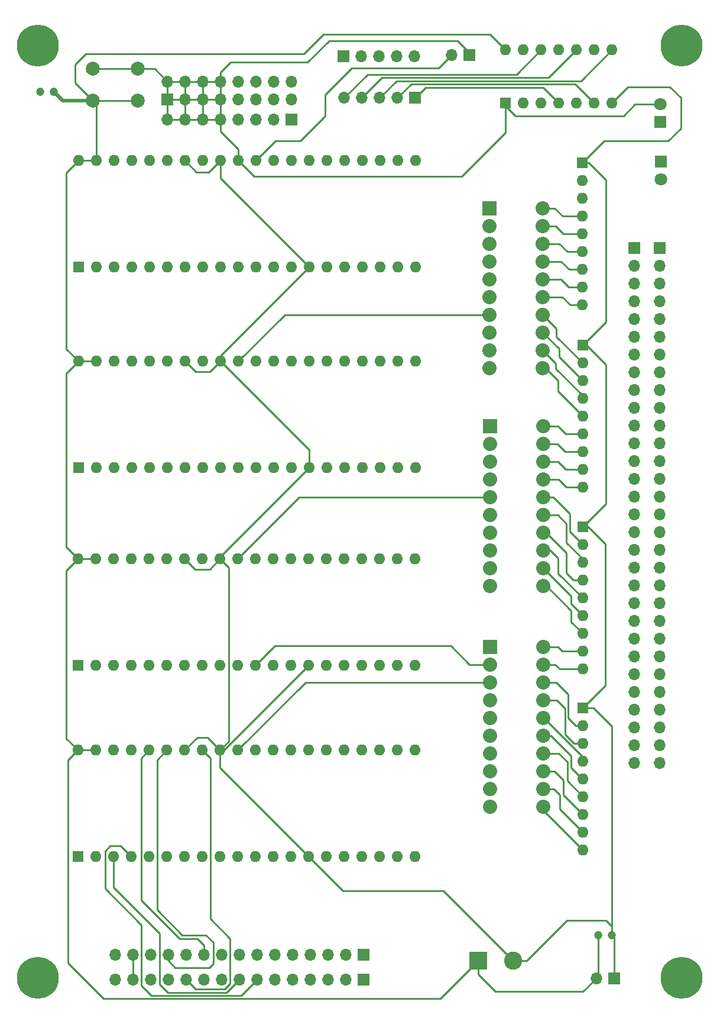
<source format=gbr>
%TF.GenerationSoftware,KiCad,Pcbnew,(5.1.9-0-10_14)*%
%TF.CreationDate,2021-06-04T12:06:49-04:00*%
%TF.ProjectId,CONTROL_LOGIC,434f4e54-524f-44c5-9f4c-4f4749432e6b,rev?*%
%TF.SameCoordinates,Original*%
%TF.FileFunction,Copper,L2,Bot*%
%TF.FilePolarity,Positive*%
%FSLAX46Y46*%
G04 Gerber Fmt 4.6, Leading zero omitted, Abs format (unit mm)*
G04 Created by KiCad (PCBNEW (5.1.9-0-10_14)) date 2021-06-04 12:06:49*
%MOMM*%
%LPD*%
G01*
G04 APERTURE LIST*
%TA.AperFunction,ComponentPad*%
%ADD10O,1.700000X1.700000*%
%TD*%
%TA.AperFunction,ComponentPad*%
%ADD11R,1.700000X1.700000*%
%TD*%
%TA.AperFunction,ComponentPad*%
%ADD12O,1.600000X1.600000*%
%TD*%
%TA.AperFunction,ComponentPad*%
%ADD13R,1.600000X1.600000*%
%TD*%
%TA.AperFunction,ComponentPad*%
%ADD14C,1.200000*%
%TD*%
%TA.AperFunction,ComponentPad*%
%ADD15C,2.600000*%
%TD*%
%TA.AperFunction,ComponentPad*%
%ADD16R,2.600000X2.600000*%
%TD*%
%TA.AperFunction,ComponentPad*%
%ADD17C,0.800000*%
%TD*%
%TA.AperFunction,ComponentPad*%
%ADD18C,6.000000*%
%TD*%
%TA.AperFunction,ComponentPad*%
%ADD19R,1.800000X1.800000*%
%TD*%
%TA.AperFunction,ComponentPad*%
%ADD20C,1.800000*%
%TD*%
%TA.AperFunction,ComponentPad*%
%ADD21C,2.032000*%
%TD*%
%TA.AperFunction,ComponentPad*%
%ADD22R,2.032000X2.032000*%
%TD*%
%TA.AperFunction,ComponentPad*%
%ADD23C,2.000000*%
%TD*%
%TA.AperFunction,Conductor*%
%ADD24C,0.250000*%
%TD*%
%TA.AperFunction,Conductor*%
%ADD25C,0.500000*%
%TD*%
G04 APERTURE END LIST*
D10*
%TO.P,J8,30*%
%TO.N,/D1*%
X245556400Y-124914600D03*
%TO.P,J8,29*%
%TO.N,/D2*%
X245556400Y-122374600D03*
%TO.P,J8,28*%
%TO.N,/D3*%
X245556400Y-119834600D03*
%TO.P,J8,27*%
%TO.N,/D4*%
X245556400Y-117294600D03*
%TO.P,J8,26*%
%TO.N,/D5*%
X245556400Y-114754600D03*
%TO.P,J8,25*%
%TO.N,/D6*%
X245556400Y-112214600D03*
%TO.P,J8,24*%
%TO.N,/D7*%
X245556400Y-109674600D03*
%TO.P,J8,23*%
%TO.N,/D8*%
X245556400Y-107134600D03*
%TO.P,J8,22*%
%TO.N,/D9*%
X245556400Y-104594600D03*
%TO.P,J8,21*%
%TO.N,/D10*%
X245556400Y-102054600D03*
%TO.P,J8,20*%
%TO.N,/D11*%
X245556400Y-99514600D03*
%TO.P,J8,19*%
%TO.N,/D12*%
X245556400Y-96974600D03*
%TO.P,J8,18*%
%TO.N,/D13*%
X245556400Y-94434600D03*
%TO.P,J8,17*%
%TO.N,/D14*%
X245556400Y-91894600D03*
%TO.P,J8,16*%
%TO.N,/D15*%
X245556400Y-89354600D03*
%TO.P,J8,15*%
%TO.N,/D16*%
X245556400Y-86814600D03*
%TO.P,J8,14*%
%TO.N,/D17*%
X245556400Y-84274600D03*
%TO.P,J8,13*%
%TO.N,/D18*%
X245556400Y-81734600D03*
%TO.P,J8,12*%
%TO.N,/D19*%
X245556400Y-79194600D03*
%TO.P,J8,11*%
%TO.N,/D20*%
X245556400Y-76654600D03*
%TO.P,J8,10*%
%TO.N,/D21*%
X245556400Y-74114600D03*
%TO.P,J8,9*%
%TO.N,/D22*%
X245556400Y-71574600D03*
%TO.P,J8,8*%
%TO.N,/D23*%
X245556400Y-69034600D03*
%TO.P,J8,7*%
%TO.N,/D24*%
X245556400Y-66494600D03*
%TO.P,J8,6*%
%TO.N,/D25*%
X245556400Y-63954600D03*
%TO.P,J8,5*%
%TO.N,/D26*%
X245556400Y-61414600D03*
%TO.P,J8,4*%
%TO.N,/D27*%
X245556400Y-58874600D03*
%TO.P,J8,3*%
%TO.N,/D28*%
X245556400Y-56334600D03*
%TO.P,J8,2*%
%TO.N,/D29*%
X245556400Y-53794600D03*
D11*
%TO.P,J8,1*%
%TO.N,/D30*%
X245556400Y-51254600D03*
%TD*%
D10*
%TO.P,J7,8*%
%TO.N,/D32*%
X178726400Y-32904600D03*
%TO.P,J7,7*%
X181266400Y-32904600D03*
%TO.P,J7,6*%
X183806400Y-32904600D03*
%TO.P,J7,5*%
X186346400Y-32904600D03*
%TO.P,J7,4*%
%TO.N,Net-(J4-Pad10)*%
X188886400Y-32904600D03*
%TO.P,J7,3*%
X191426400Y-32904600D03*
%TO.P,J7,2*%
X193966400Y-32904600D03*
D11*
%TO.P,J7,1*%
X196506400Y-32904600D03*
%TD*%
D12*
%TO.P,EEPROM4,23*%
%TO.N,/INST5*%
X178702800Y-38750400D03*
%TO.P,EEPROM4,*%
%TO.N,*%
X204102800Y-53990400D03*
%TO.P,EEPROM4,15*%
%TO.N,/D28*%
X199022800Y-38750400D03*
%TO.P,EEPROM4,9*%
%TO.N,/STEP2*%
X186322800Y-53990400D03*
%TO.P,EEPROM4,4*%
%TO.N,/FLAG4*%
X173622800Y-53990400D03*
%TO.P,EEPROM4,7*%
%TO.N,/FLAG1*%
X181242800Y-53990400D03*
%TO.P,EEPROM4,11*%
%TO.N,/D25*%
X191402800Y-53990400D03*
%TO.P,EEPROM4,*%
%TO.N,*%
X206642800Y-38750400D03*
%TO.P,EEPROM4,5*%
%TO.N,/FLAG3*%
X176162800Y-53990400D03*
%TO.P,EEPROM4,17*%
%TO.N,/D30*%
X193942800Y-38750400D03*
%TO.P,EEPROM4,*%
%TO.N,*%
X201562800Y-53990400D03*
%TO.P,EEPROM4,22*%
%TO.N,GND*%
X181242800Y-38750400D03*
%TO.P,EEPROM4,16*%
%TO.N,/D29*%
X196482800Y-38750400D03*
%TO.P,EEPROM4,8*%
%TO.N,/STEP3*%
X183782800Y-53990400D03*
%TO.P,EEPROM4,*%
%TO.N,*%
X204102800Y-38750400D03*
%TO.P,EEPROM4,21*%
%TO.N,/INST4*%
X183782800Y-38750400D03*
%TO.P,EEPROM4,2*%
%TO.N,/INST6*%
X168542800Y-53990400D03*
%TO.P,EEPROM4,12*%
%TO.N,/D26*%
X193942800Y-53990400D03*
%TO.P,EEPROM4,13*%
%TO.N,/D27*%
X196482800Y-53990400D03*
%TO.P,EEPROM4,*%
%TO.N,*%
X201562800Y-38750400D03*
%TO.P,EEPROM4,24*%
%TO.N,/INST3*%
X176162800Y-38750400D03*
%TO.P,EEPROM4,*%
%TO.N,*%
X206642800Y-53990400D03*
%TO.P,EEPROM4,28*%
%TO.N,VCC*%
X166002800Y-38750400D03*
%TO.P,EEPROM4,25*%
%TO.N,/INST2*%
X173622800Y-38750400D03*
%TO.P,EEPROM4,*%
%TO.N,*%
X209182800Y-53990400D03*
%TO.P,EEPROM4,26*%
%TO.N,/INST7*%
X171082800Y-38750400D03*
%TO.P,EEPROM4,*%
%TO.N,*%
X211722800Y-53990400D03*
%TO.P,EEPROM4,27*%
%TO.N,VCC*%
X168542800Y-38750400D03*
%TO.P,EEPROM4,*%
%TO.N,*%
X214262800Y-53990400D03*
X214262800Y-38750400D03*
%TO.P,EEPROM4,10*%
%TO.N,/STEP1*%
X188862800Y-53990400D03*
%TO.P,EEPROM4,3*%
%TO.N,/INST1*%
X171082800Y-53990400D03*
%TO.P,EEPROM4,18*%
%TO.N,/D31*%
X191402800Y-38750400D03*
%TO.P,EEPROM4,*%
%TO.N,*%
X211722800Y-38750400D03*
%TO.P,EEPROM4,19*%
%TO.N,/D32*%
X188862800Y-38750400D03*
%TO.P,EEPROM4,6*%
%TO.N,/FLAG2*%
X178702800Y-53990400D03*
D13*
%TO.P,EEPROM4,1*%
%TO.N,/INST8*%
X166002800Y-53990400D03*
D12*
%TO.P,EEPROM4,14*%
%TO.N,GND*%
X199022800Y-53990400D03*
%TO.P,EEPROM4,20*%
X186322800Y-38750400D03*
%TO.P,EEPROM4,*%
%TO.N,*%
X209182800Y-38750400D03*
%TD*%
%TO.P,EEPROM3,23*%
%TO.N,/INST5*%
X178702800Y-67450400D03*
%TO.P,EEPROM3,*%
%TO.N,*%
X204102800Y-82690400D03*
%TO.P,EEPROM3,15*%
%TO.N,/D20*%
X199022800Y-67450400D03*
%TO.P,EEPROM3,9*%
%TO.N,/STEP2*%
X186322800Y-82690400D03*
%TO.P,EEPROM3,4*%
%TO.N,/FLAG4*%
X173622800Y-82690400D03*
%TO.P,EEPROM3,7*%
%TO.N,/FLAG1*%
X181242800Y-82690400D03*
%TO.P,EEPROM3,11*%
%TO.N,/D17*%
X191402800Y-82690400D03*
%TO.P,EEPROM3,*%
%TO.N,*%
X206642800Y-67450400D03*
%TO.P,EEPROM3,5*%
%TO.N,/FLAG3*%
X176162800Y-82690400D03*
%TO.P,EEPROM3,17*%
%TO.N,/D22*%
X193942800Y-67450400D03*
%TO.P,EEPROM3,*%
%TO.N,*%
X201562800Y-82690400D03*
%TO.P,EEPROM3,22*%
%TO.N,GND*%
X181242800Y-67450400D03*
%TO.P,EEPROM3,16*%
%TO.N,/D21*%
X196482800Y-67450400D03*
%TO.P,EEPROM3,8*%
%TO.N,/STEP3*%
X183782800Y-82690400D03*
%TO.P,EEPROM3,*%
%TO.N,*%
X204102800Y-67450400D03*
%TO.P,EEPROM3,21*%
%TO.N,/INST4*%
X183782800Y-67450400D03*
%TO.P,EEPROM3,2*%
%TO.N,/INST6*%
X168542800Y-82690400D03*
%TO.P,EEPROM3,12*%
%TO.N,/D18*%
X193942800Y-82690400D03*
%TO.P,EEPROM3,13*%
%TO.N,/D19*%
X196482800Y-82690400D03*
%TO.P,EEPROM3,*%
%TO.N,*%
X201562800Y-67450400D03*
%TO.P,EEPROM3,24*%
%TO.N,/INST3*%
X176162800Y-67450400D03*
%TO.P,EEPROM3,*%
%TO.N,*%
X206642800Y-82690400D03*
%TO.P,EEPROM3,28*%
%TO.N,VCC*%
X166002800Y-67450400D03*
%TO.P,EEPROM3,25*%
%TO.N,/INST2*%
X173622800Y-67450400D03*
%TO.P,EEPROM3,*%
%TO.N,*%
X209182800Y-82690400D03*
%TO.P,EEPROM3,26*%
%TO.N,/INST7*%
X171082800Y-67450400D03*
%TO.P,EEPROM3,*%
%TO.N,*%
X211722800Y-82690400D03*
%TO.P,EEPROM3,27*%
%TO.N,VCC*%
X168542800Y-67450400D03*
%TO.P,EEPROM3,*%
%TO.N,*%
X214262800Y-82690400D03*
X214262800Y-67450400D03*
%TO.P,EEPROM3,10*%
%TO.N,/STEP1*%
X188862800Y-82690400D03*
%TO.P,EEPROM3,3*%
%TO.N,/INST1*%
X171082800Y-82690400D03*
%TO.P,EEPROM3,18*%
%TO.N,/D23*%
X191402800Y-67450400D03*
%TO.P,EEPROM3,*%
%TO.N,*%
X211722800Y-67450400D03*
%TO.P,EEPROM3,19*%
%TO.N,/D24*%
X188862800Y-67450400D03*
%TO.P,EEPROM3,6*%
%TO.N,/FLAG2*%
X178702800Y-82690400D03*
D13*
%TO.P,EEPROM3,1*%
%TO.N,/INST8*%
X166002800Y-82690400D03*
D12*
%TO.P,EEPROM3,14*%
%TO.N,GND*%
X199022800Y-82690400D03*
%TO.P,EEPROM3,20*%
X186322800Y-67450400D03*
%TO.P,EEPROM3,*%
%TO.N,*%
X209182800Y-67450400D03*
%TD*%
%TO.P,EEPROM2,23*%
%TO.N,/INST5*%
X178652800Y-95750400D03*
%TO.P,EEPROM2,*%
%TO.N,*%
X204052800Y-110990400D03*
%TO.P,EEPROM2,15*%
%TO.N,/D12*%
X198972800Y-95750400D03*
%TO.P,EEPROM2,9*%
%TO.N,/STEP2*%
X186272800Y-110990400D03*
%TO.P,EEPROM2,4*%
%TO.N,/FLAG4*%
X173572800Y-110990400D03*
%TO.P,EEPROM2,7*%
%TO.N,/FLAG1*%
X181192800Y-110990400D03*
%TO.P,EEPROM2,11*%
%TO.N,/D9*%
X191352800Y-110990400D03*
%TO.P,EEPROM2,*%
%TO.N,*%
X206592800Y-95750400D03*
%TO.P,EEPROM2,5*%
%TO.N,/FLAG3*%
X176112800Y-110990400D03*
%TO.P,EEPROM2,17*%
%TO.N,/D14*%
X193892800Y-95750400D03*
%TO.P,EEPROM2,*%
%TO.N,*%
X201512800Y-110990400D03*
%TO.P,EEPROM2,22*%
%TO.N,GND*%
X181192800Y-95750400D03*
%TO.P,EEPROM2,16*%
%TO.N,/D13*%
X196432800Y-95750400D03*
%TO.P,EEPROM2,8*%
%TO.N,/STEP3*%
X183732800Y-110990400D03*
%TO.P,EEPROM2,*%
%TO.N,*%
X204052800Y-95750400D03*
%TO.P,EEPROM2,21*%
%TO.N,/INST4*%
X183732800Y-95750400D03*
%TO.P,EEPROM2,2*%
%TO.N,/INST6*%
X168492800Y-110990400D03*
%TO.P,EEPROM2,12*%
%TO.N,/D10*%
X193892800Y-110990400D03*
%TO.P,EEPROM2,13*%
%TO.N,/D11*%
X196432800Y-110990400D03*
%TO.P,EEPROM2,*%
%TO.N,*%
X201512800Y-95750400D03*
%TO.P,EEPROM2,24*%
%TO.N,/INST3*%
X176112800Y-95750400D03*
%TO.P,EEPROM2,*%
%TO.N,*%
X206592800Y-110990400D03*
%TO.P,EEPROM2,28*%
%TO.N,VCC*%
X165952800Y-95750400D03*
%TO.P,EEPROM2,25*%
%TO.N,/INST2*%
X173572800Y-95750400D03*
%TO.P,EEPROM2,*%
%TO.N,*%
X209132800Y-110990400D03*
%TO.P,EEPROM2,26*%
%TO.N,/INST7*%
X171032800Y-95750400D03*
%TO.P,EEPROM2,*%
%TO.N,*%
X211672800Y-110990400D03*
%TO.P,EEPROM2,27*%
%TO.N,VCC*%
X168492800Y-95750400D03*
%TO.P,EEPROM2,*%
%TO.N,*%
X214212800Y-110990400D03*
X214212800Y-95750400D03*
%TO.P,EEPROM2,10*%
%TO.N,/STEP1*%
X188812800Y-110990400D03*
%TO.P,EEPROM2,3*%
%TO.N,/INST1*%
X171032800Y-110990400D03*
%TO.P,EEPROM2,18*%
%TO.N,/D15*%
X191352800Y-95750400D03*
%TO.P,EEPROM2,*%
%TO.N,*%
X211672800Y-95750400D03*
%TO.P,EEPROM2,19*%
%TO.N,/D16*%
X188812800Y-95750400D03*
%TO.P,EEPROM2,6*%
%TO.N,/FLAG2*%
X178652800Y-110990400D03*
D13*
%TO.P,EEPROM2,1*%
%TO.N,/INST8*%
X165952800Y-110990400D03*
D12*
%TO.P,EEPROM2,14*%
%TO.N,GND*%
X198972800Y-110990400D03*
%TO.P,EEPROM2,20*%
X186272800Y-95750400D03*
%TO.P,EEPROM2,*%
%TO.N,*%
X209132800Y-95750400D03*
%TD*%
%TO.P,EEPROM1,23*%
%TO.N,/INST5*%
X178652800Y-123100400D03*
%TO.P,EEPROM1,*%
%TO.N,*%
X204052800Y-138340400D03*
%TO.P,EEPROM1,15*%
%TO.N,/D4*%
X198972800Y-123100400D03*
%TO.P,EEPROM1,9*%
%TO.N,/STEP2*%
X186272800Y-138340400D03*
%TO.P,EEPROM1,4*%
%TO.N,/FLAG4*%
X173572800Y-138340400D03*
%TO.P,EEPROM1,7*%
%TO.N,/FLAG1*%
X181192800Y-138340400D03*
%TO.P,EEPROM1,11*%
%TO.N,/D1*%
X191352800Y-138340400D03*
%TO.P,EEPROM1,*%
%TO.N,*%
X206592800Y-123100400D03*
%TO.P,EEPROM1,5*%
%TO.N,/FLAG3*%
X176112800Y-138340400D03*
%TO.P,EEPROM1,17*%
%TO.N,/D6*%
X193892800Y-123100400D03*
%TO.P,EEPROM1,*%
%TO.N,*%
X201512800Y-138340400D03*
%TO.P,EEPROM1,22*%
%TO.N,GND*%
X181192800Y-123100400D03*
%TO.P,EEPROM1,16*%
%TO.N,/D5*%
X196432800Y-123100400D03*
%TO.P,EEPROM1,8*%
%TO.N,/STEP3*%
X183732800Y-138340400D03*
%TO.P,EEPROM1,*%
%TO.N,*%
X204052800Y-123100400D03*
%TO.P,EEPROM1,21*%
%TO.N,/INST4*%
X183732800Y-123100400D03*
%TO.P,EEPROM1,2*%
%TO.N,/INST6*%
X168492800Y-138340400D03*
%TO.P,EEPROM1,12*%
%TO.N,/D2*%
X193892800Y-138340400D03*
%TO.P,EEPROM1,13*%
%TO.N,/D3*%
X196432800Y-138340400D03*
%TO.P,EEPROM1,*%
%TO.N,*%
X201512800Y-123100400D03*
%TO.P,EEPROM1,24*%
%TO.N,/INST3*%
X176112800Y-123100400D03*
%TO.P,EEPROM1,*%
%TO.N,*%
X206592800Y-138340400D03*
%TO.P,EEPROM1,28*%
%TO.N,VCC*%
X165952800Y-123100400D03*
%TO.P,EEPROM1,25*%
%TO.N,/INST2*%
X173572800Y-123100400D03*
%TO.P,EEPROM1,*%
%TO.N,*%
X209132800Y-138340400D03*
%TO.P,EEPROM1,26*%
%TO.N,/INST7*%
X171032800Y-123100400D03*
%TO.P,EEPROM1,*%
%TO.N,*%
X211672800Y-138340400D03*
%TO.P,EEPROM1,27*%
%TO.N,VCC*%
X168492800Y-123100400D03*
%TO.P,EEPROM1,*%
%TO.N,*%
X214212800Y-138340400D03*
X214212800Y-123100400D03*
%TO.P,EEPROM1,10*%
%TO.N,/STEP1*%
X188812800Y-138340400D03*
%TO.P,EEPROM1,3*%
%TO.N,/INST1*%
X171032800Y-138340400D03*
%TO.P,EEPROM1,18*%
%TO.N,/D7*%
X191352800Y-123100400D03*
%TO.P,EEPROM1,*%
%TO.N,*%
X211672800Y-123100400D03*
%TO.P,EEPROM1,19*%
%TO.N,/D8*%
X188812800Y-123100400D03*
%TO.P,EEPROM1,6*%
%TO.N,/FLAG2*%
X178652800Y-138340400D03*
D13*
%TO.P,EEPROM1,1*%
%TO.N,/INST8*%
X165952800Y-138340400D03*
D12*
%TO.P,EEPROM1,14*%
%TO.N,GND*%
X198972800Y-138340400D03*
%TO.P,EEPROM1,20*%
X186272800Y-123100400D03*
%TO.P,EEPROM1,*%
%TO.N,*%
X209132800Y-123100400D03*
%TD*%
D14*
%TO.P,C5,1*%
%TO.N,VCC*%
X240402400Y-149572600D03*
%TO.P,C5,2*%
%TO.N,GND*%
X242402400Y-149572600D03*
%TD*%
D10*
%TO.P,J3,30*%
%TO.N,/D1*%
X249206400Y-124914600D03*
%TO.P,J3,29*%
%TO.N,/D2*%
X249206400Y-122374600D03*
%TO.P,J3,28*%
%TO.N,/D3*%
X249206400Y-119834600D03*
%TO.P,J3,27*%
%TO.N,/D4*%
X249206400Y-117294600D03*
%TO.P,J3,26*%
%TO.N,/D5*%
X249206400Y-114754600D03*
%TO.P,J3,25*%
%TO.N,/D6*%
X249206400Y-112214600D03*
%TO.P,J3,24*%
%TO.N,/D7*%
X249206400Y-109674600D03*
%TO.P,J3,23*%
%TO.N,/D8*%
X249206400Y-107134600D03*
%TO.P,J3,22*%
%TO.N,/D9*%
X249206400Y-104594600D03*
%TO.P,J3,21*%
%TO.N,/D10*%
X249206400Y-102054600D03*
%TO.P,J3,20*%
%TO.N,/D11*%
X249206400Y-99514600D03*
%TO.P,J3,19*%
%TO.N,/D12*%
X249206400Y-96974600D03*
%TO.P,J3,18*%
%TO.N,/D13*%
X249206400Y-94434600D03*
%TO.P,J3,17*%
%TO.N,/D14*%
X249206400Y-91894600D03*
%TO.P,J3,16*%
%TO.N,/D15*%
X249206400Y-89354600D03*
%TO.P,J3,15*%
%TO.N,/D16*%
X249206400Y-86814600D03*
%TO.P,J3,14*%
%TO.N,/D17*%
X249206400Y-84274600D03*
%TO.P,J3,13*%
%TO.N,/D18*%
X249206400Y-81734600D03*
%TO.P,J3,12*%
%TO.N,/D19*%
X249206400Y-79194600D03*
%TO.P,J3,11*%
%TO.N,/D20*%
X249206400Y-76654600D03*
%TO.P,J3,10*%
%TO.N,/D21*%
X249206400Y-74114600D03*
%TO.P,J3,9*%
%TO.N,/D22*%
X249206400Y-71574600D03*
%TO.P,J3,8*%
%TO.N,/D23*%
X249206400Y-69034600D03*
%TO.P,J3,7*%
%TO.N,/D24*%
X249206400Y-66494600D03*
%TO.P,J3,6*%
%TO.N,/D25*%
X249206400Y-63954600D03*
%TO.P,J3,5*%
%TO.N,/D26*%
X249206400Y-61414600D03*
%TO.P,J3,4*%
%TO.N,/D27*%
X249206400Y-58874600D03*
%TO.P,J3,3*%
%TO.N,/D28*%
X249206400Y-56334600D03*
%TO.P,J3,2*%
%TO.N,/D29*%
X249206400Y-53794600D03*
D11*
%TO.P,J3,1*%
%TO.N,/D30*%
X249206400Y-51254600D03*
%TD*%
D12*
%TO.P,RN4,9*%
%TO.N,Net-(BAR3-Pad15)*%
X238156400Y-59424600D03*
%TO.P,RN4,8*%
%TO.N,Net-(BAR3-Pad16)*%
X238156400Y-56884600D03*
%TO.P,RN4,7*%
%TO.N,Net-(BAR3-Pad17)*%
X238156400Y-54344600D03*
%TO.P,RN4,6*%
%TO.N,Net-(BAR3-Pad18)*%
X238156400Y-51804600D03*
%TO.P,RN4,5*%
%TO.N,Net-(BAR3-Pad19)*%
X238156400Y-49264600D03*
%TO.P,RN4,4*%
%TO.N,Net-(BAR3-Pad20)*%
X238156400Y-46724600D03*
%TO.P,RN4,3*%
%TO.N,Net-(D1-Pad1)*%
X238156400Y-44184600D03*
%TO.P,RN4,2*%
%TO.N,Net-(D2-Pad1)*%
X238156400Y-41644600D03*
D13*
%TO.P,RN4,1*%
%TO.N,GND*%
X238156400Y-39104600D03*
%TD*%
D12*
%TO.P,RN3,9*%
%TO.N,Net-(BAR2-Pad17)*%
X238206400Y-85474600D03*
%TO.P,RN3,8*%
%TO.N,Net-(BAR2-Pad18)*%
X238206400Y-82934600D03*
%TO.P,RN3,7*%
%TO.N,Net-(BAR2-Pad19)*%
X238206400Y-80394600D03*
%TO.P,RN3,6*%
%TO.N,Net-(BAR2-Pad20)*%
X238206400Y-77854600D03*
%TO.P,RN3,5*%
%TO.N,Net-(BAR3-Pad11)*%
X238206400Y-75314600D03*
%TO.P,RN3,4*%
%TO.N,Net-(BAR3-Pad12)*%
X238206400Y-72774600D03*
%TO.P,RN3,3*%
%TO.N,Net-(BAR3-Pad13)*%
X238206400Y-70234600D03*
%TO.P,RN3,2*%
%TO.N,Net-(BAR3-Pad14)*%
X238206400Y-67694600D03*
D13*
%TO.P,RN3,1*%
%TO.N,GND*%
X238206400Y-65154600D03*
%TD*%
D12*
%TO.P,RN2,9*%
%TO.N,Net-(BAR1-Pad19)*%
X238206400Y-111474600D03*
%TO.P,RN2,8*%
%TO.N,Net-(BAR1-Pad20)*%
X238206400Y-108934600D03*
%TO.P,RN2,7*%
%TO.N,Net-(BAR2-Pad11)*%
X238206400Y-106394600D03*
%TO.P,RN2,6*%
%TO.N,Net-(BAR2-Pad12)*%
X238206400Y-103854600D03*
%TO.P,RN2,5*%
%TO.N,Net-(BAR2-Pad13)*%
X238206400Y-101314600D03*
%TO.P,RN2,4*%
%TO.N,Net-(BAR2-Pad14)*%
X238206400Y-98774600D03*
%TO.P,RN2,3*%
%TO.N,Net-(BAR2-Pad15)*%
X238206400Y-96234600D03*
%TO.P,RN2,2*%
%TO.N,Net-(BAR2-Pad16)*%
X238206400Y-93694600D03*
D13*
%TO.P,RN2,1*%
%TO.N,GND*%
X238206400Y-91154600D03*
%TD*%
D12*
%TO.P,RN1,9*%
%TO.N,Net-(BAR1-Pad11)*%
X238256400Y-137374600D03*
%TO.P,RN1,8*%
%TO.N,Net-(BAR1-Pad12)*%
X238256400Y-134834600D03*
%TO.P,RN1,7*%
%TO.N,Net-(BAR1-Pad13)*%
X238256400Y-132294600D03*
%TO.P,RN1,6*%
%TO.N,Net-(BAR1-Pad14)*%
X238256400Y-129754600D03*
%TO.P,RN1,5*%
%TO.N,Net-(BAR1-Pad15)*%
X238256400Y-127214600D03*
%TO.P,RN1,4*%
%TO.N,Net-(BAR1-Pad16)*%
X238256400Y-124674600D03*
%TO.P,RN1,3*%
%TO.N,Net-(BAR1-Pad17)*%
X238256400Y-122134600D03*
%TO.P,RN1,2*%
%TO.N,Net-(BAR1-Pad18)*%
X238256400Y-119594600D03*
D13*
%TO.P,RN1,1*%
%TO.N,GND*%
X238256400Y-117054600D03*
%TD*%
D15*
%TO.P,J5,2*%
%TO.N,GND*%
X228251400Y-153219600D03*
D16*
%TO.P,J5,1*%
%TO.N,VCC*%
X223251400Y-153219600D03*
%TD*%
D17*
%TO.P,REF\u002A\u002A,1*%
%TO.N,N/C*%
X253997390Y-154113610D03*
X252406400Y-153454600D03*
X250815410Y-154113610D03*
X250156400Y-155704600D03*
X250815410Y-157295590D03*
X252406400Y-157954600D03*
X253997390Y-157295590D03*
X254656400Y-155704600D03*
D18*
X252406400Y-155704600D03*
%TD*%
D17*
%TO.P,REF\u002A\u002A,1*%
%TO.N,N/C*%
X161797390Y-154113610D03*
X160206400Y-153454600D03*
X158615410Y-154113610D03*
X157956400Y-155704600D03*
X158615410Y-157295590D03*
X160206400Y-157954600D03*
X161797390Y-157295590D03*
X162456400Y-155704600D03*
D18*
X160206400Y-155704600D03*
%TD*%
D17*
%TO.P,REF\u002A\u002A,1*%
%TO.N,N/C*%
X253947390Y-20713610D03*
X252356400Y-20054600D03*
X250765410Y-20713610D03*
X250106400Y-22304600D03*
X250765410Y-23895590D03*
X252356400Y-24554600D03*
X253947390Y-23895590D03*
X254606400Y-22304600D03*
D18*
X252356400Y-22304600D03*
%TD*%
D17*
%TO.P,REF\u002A\u002A,1*%
%TO.N,N/C*%
X161797390Y-20763610D03*
X160206400Y-20104600D03*
X158615410Y-20763610D03*
X157956400Y-22354600D03*
X158615410Y-23945590D03*
X160206400Y-24604600D03*
X161797390Y-23945590D03*
X162456400Y-22354600D03*
D18*
X160206400Y-22354600D03*
%TD*%
D11*
%TO.P,J11,1*%
%TO.N,Net-(J11-Pad1)*%
X214214400Y-29780600D03*
D10*
%TO.P,J11,2*%
%TO.N,Net-(J11-Pad2)*%
X211674400Y-29780600D03*
%TO.P,J11,3*%
%TO.N,Net-(J11-Pad3)*%
X209134400Y-29780600D03*
%TO.P,J11,4*%
%TO.N,Net-(J11-Pad4)*%
X206594400Y-29780600D03*
%TO.P,J11,5*%
%TO.N,Net-(J11-Pad5)*%
X204054400Y-29780600D03*
%TD*%
D11*
%TO.P,J10,1*%
%TO.N,Net-(J10-Pad1)*%
X203938400Y-23822600D03*
D10*
%TO.P,J10,2*%
%TO.N,Net-(J10-Pad2)*%
X206478400Y-23822600D03*
%TO.P,J10,3*%
%TO.N,Net-(J10-Pad3)*%
X209018400Y-23822600D03*
%TO.P,J10,4*%
%TO.N,Net-(J10-Pad4)*%
X211558400Y-23822600D03*
%TO.P,J10,5*%
%TO.N,Net-(J10-Pad5)*%
X214098400Y-23822600D03*
%TD*%
D13*
%TO.P,U1,1*%
%TO.N,/D32*%
X227156400Y-30554600D03*
D12*
%TO.P,U1,8*%
%TO.N,Net-(J11-Pad3)*%
X242396400Y-22934600D03*
%TO.P,U1,2*%
%TO.N,Net-(J4-Pad10)*%
X229696400Y-30554600D03*
%TO.P,U1,9*%
%TO.N,Net-(J10-Pad3)*%
X239856400Y-22934600D03*
%TO.P,U1,3*%
%TO.N,Net-(J10-Pad5)*%
X232236400Y-30554600D03*
%TO.P,U1,10*%
%TO.N,Net-(J11-Pad4)*%
X237316400Y-22934600D03*
%TO.P,U1,4*%
%TO.N,Net-(J11-Pad1)*%
X234776400Y-30554600D03*
%TO.P,U1,11*%
%TO.N,Net-(J10-Pad2)*%
X234776400Y-22934600D03*
%TO.P,U1,5*%
%TO.N,Net-(J10-Pad4)*%
X237316400Y-30554600D03*
%TO.P,U1,12*%
%TO.N,Net-(J11-Pad5)*%
X232236400Y-22934600D03*
%TO.P,U1,6*%
%TO.N,Net-(J11-Pad2)*%
X239856400Y-30554600D03*
%TO.P,U1,13*%
%TO.N,Net-(J10-Pad1)*%
X229696400Y-22934600D03*
%TO.P,U1,7*%
%TO.N,GND*%
X242396400Y-30554600D03*
%TO.P,U1,14*%
%TO.N,VCC*%
X227156400Y-22934600D03*
%TD*%
D11*
%TO.P,J9,1*%
%TO.N,/D32*%
X221996400Y-23708600D03*
D10*
%TO.P,J9,2*%
%TO.N,/D31*%
X219456400Y-23708600D03*
%TD*%
D11*
%TO.P,J4,1*%
%TO.N,/D32*%
X178746400Y-30014600D03*
D10*
%TO.P,J4,2*%
X178746400Y-27474600D03*
%TO.P,J4,3*%
X181286400Y-30014600D03*
%TO.P,J4,4*%
X181286400Y-27474600D03*
%TO.P,J4,5*%
X183826400Y-30014600D03*
%TO.P,J4,6*%
X183826400Y-27474600D03*
%TO.P,J4,7*%
X186366400Y-30014600D03*
%TO.P,J4,8*%
X186366400Y-27474600D03*
%TO.P,J4,9*%
%TO.N,Net-(J4-Pad10)*%
X188906400Y-30014600D03*
%TO.P,J4,10*%
X188906400Y-27474600D03*
%TO.P,J4,11*%
X191446400Y-30014600D03*
%TO.P,J4,12*%
X191446400Y-27474600D03*
%TO.P,J4,13*%
X193986400Y-30014600D03*
%TO.P,J4,14*%
X193986400Y-27474600D03*
%TO.P,J4,15*%
X196526400Y-30014600D03*
%TO.P,J4,16*%
X196526400Y-27474600D03*
%TD*%
%TO.P,J6,15*%
%TO.N,/INST8*%
X171222400Y-152335600D03*
%TO.P,J6,14*%
%TO.N,/INST7*%
X173762400Y-152335600D03*
%TO.P,J6,13*%
%TO.N,/INST6*%
X176302400Y-152335600D03*
%TO.P,J6,12*%
%TO.N,/INST5*%
X178842400Y-152335600D03*
%TO.P,J6,11*%
%TO.N,/INST4*%
X181382400Y-152335600D03*
%TO.P,J6,10*%
%TO.N,/INST3*%
X183922400Y-152335600D03*
%TO.P,J6,9*%
%TO.N,/INST2*%
X186462400Y-152335600D03*
%TO.P,J6,8*%
%TO.N,/INST1*%
X189002400Y-152335600D03*
%TO.P,J6,7*%
%TO.N,/FLAG4*%
X191542400Y-152335600D03*
%TO.P,J6,6*%
%TO.N,/FLAG3*%
X194082400Y-152335600D03*
%TO.P,J6,5*%
%TO.N,/FLAG2*%
X196622400Y-152335600D03*
%TO.P,J6,4*%
%TO.N,/FLAG1*%
X199162400Y-152335600D03*
%TO.P,J6,3*%
%TO.N,/STEP3*%
X201702400Y-152335600D03*
%TO.P,J6,2*%
%TO.N,/STEP2*%
X204242400Y-152335600D03*
D11*
%TO.P,J6,1*%
%TO.N,/STEP1*%
X206782400Y-152335600D03*
%TD*%
D19*
%TO.P,D2,1*%
%TO.N,Net-(D2-Pad1)*%
X249306400Y-33276600D03*
D20*
%TO.P,D2,2*%
%TO.N,/D32*%
X249306400Y-30736600D03*
%TD*%
D19*
%TO.P,D1,1*%
%TO.N,Net-(D1-Pad1)*%
X249416400Y-38876600D03*
D20*
%TO.P,D1,2*%
%TO.N,/D31*%
X249416400Y-41416600D03*
%TD*%
D21*
%TO.P,BAR3,20*%
%TO.N,Net-(BAR3-Pad20)*%
X232476400Y-45554600D03*
%TO.P,BAR3,19*%
%TO.N,Net-(BAR3-Pad19)*%
X232476400Y-48094600D03*
%TO.P,BAR3,18*%
%TO.N,Net-(BAR3-Pad18)*%
X232476400Y-50634600D03*
%TO.P,BAR3,17*%
%TO.N,Net-(BAR3-Pad17)*%
X232476400Y-53174600D03*
%TO.P,BAR3,9*%
%TO.N,/D22*%
X224856400Y-65874600D03*
%TO.P,BAR3,10*%
%TO.N,/D21*%
X224856400Y-68414600D03*
%TO.P,BAR3,11*%
%TO.N,Net-(BAR3-Pad11)*%
X232476400Y-68414600D03*
%TO.P,BAR3,12*%
%TO.N,Net-(BAR3-Pad12)*%
X232476400Y-65874600D03*
%TO.P,BAR3,8*%
%TO.N,/D23*%
X224856400Y-63334600D03*
%TO.P,BAR3,7*%
%TO.N,/D24*%
X224856400Y-60794600D03*
%TO.P,BAR3,6*%
%TO.N,/D25*%
X224856400Y-58254600D03*
%TO.P,BAR3,5*%
%TO.N,/D26*%
X224856400Y-55714600D03*
%TO.P,BAR3,16*%
%TO.N,Net-(BAR3-Pad16)*%
X232476400Y-55714600D03*
%TO.P,BAR3,15*%
%TO.N,Net-(BAR3-Pad15)*%
X232476400Y-58254600D03*
%TO.P,BAR3,14*%
%TO.N,Net-(BAR3-Pad14)*%
X232476400Y-60794600D03*
%TO.P,BAR3,13*%
%TO.N,Net-(BAR3-Pad13)*%
X232476400Y-63334600D03*
%TO.P,BAR3,4*%
%TO.N,/D27*%
X224856400Y-53174600D03*
%TO.P,BAR3,3*%
%TO.N,/D28*%
X224856400Y-50634600D03*
%TO.P,BAR3,2*%
%TO.N,/D29*%
X224856400Y-48094600D03*
D22*
%TO.P,BAR3,1*%
%TO.N,/D30*%
X224856400Y-45554600D03*
%TD*%
%TO.P,BAR2,1*%
%TO.N,/D20*%
X224908400Y-76784600D03*
D21*
%TO.P,BAR2,2*%
%TO.N,/D19*%
X224908400Y-79324600D03*
%TO.P,BAR2,3*%
%TO.N,/D18*%
X224908400Y-81864600D03*
%TO.P,BAR2,4*%
%TO.N,/D17*%
X224908400Y-84404600D03*
%TO.P,BAR2,13*%
%TO.N,Net-(BAR2-Pad13)*%
X232528400Y-94564600D03*
%TO.P,BAR2,14*%
%TO.N,Net-(BAR2-Pad14)*%
X232528400Y-92024600D03*
%TO.P,BAR2,15*%
%TO.N,Net-(BAR2-Pad15)*%
X232528400Y-89484600D03*
%TO.P,BAR2,16*%
%TO.N,Net-(BAR2-Pad16)*%
X232528400Y-86944600D03*
%TO.P,BAR2,5*%
%TO.N,/D16*%
X224908400Y-86944600D03*
%TO.P,BAR2,6*%
%TO.N,/D15*%
X224908400Y-89484600D03*
%TO.P,BAR2,7*%
%TO.N,/D14*%
X224908400Y-92024600D03*
%TO.P,BAR2,8*%
%TO.N,/D13*%
X224908400Y-94564600D03*
%TO.P,BAR2,12*%
%TO.N,Net-(BAR2-Pad12)*%
X232528400Y-97104600D03*
%TO.P,BAR2,11*%
%TO.N,Net-(BAR2-Pad11)*%
X232528400Y-99644600D03*
%TO.P,BAR2,10*%
%TO.N,/D11*%
X224908400Y-99644600D03*
%TO.P,BAR2,9*%
%TO.N,/D12*%
X224908400Y-97104600D03*
%TO.P,BAR2,17*%
%TO.N,Net-(BAR2-Pad17)*%
X232528400Y-84404600D03*
%TO.P,BAR2,18*%
%TO.N,Net-(BAR2-Pad18)*%
X232528400Y-81864600D03*
%TO.P,BAR2,19*%
%TO.N,Net-(BAR2-Pad19)*%
X232528400Y-79324600D03*
%TO.P,BAR2,20*%
%TO.N,Net-(BAR2-Pad20)*%
X232528400Y-76784600D03*
%TD*%
%TO.P,BAR1,20*%
%TO.N,Net-(BAR1-Pad20)*%
X232592400Y-108298600D03*
%TO.P,BAR1,19*%
%TO.N,Net-(BAR1-Pad19)*%
X232592400Y-110838600D03*
%TO.P,BAR1,18*%
%TO.N,Net-(BAR1-Pad18)*%
X232592400Y-113378600D03*
%TO.P,BAR1,17*%
%TO.N,Net-(BAR1-Pad17)*%
X232592400Y-115918600D03*
%TO.P,BAR1,9*%
%TO.N,/D2*%
X224972400Y-128618600D03*
%TO.P,BAR1,10*%
%TO.N,/D1*%
X224972400Y-131158600D03*
%TO.P,BAR1,11*%
%TO.N,Net-(BAR1-Pad11)*%
X232592400Y-131158600D03*
%TO.P,BAR1,12*%
%TO.N,Net-(BAR1-Pad12)*%
X232592400Y-128618600D03*
%TO.P,BAR1,8*%
%TO.N,/D3*%
X224972400Y-126078600D03*
%TO.P,BAR1,7*%
%TO.N,/D4*%
X224972400Y-123538600D03*
%TO.P,BAR1,6*%
%TO.N,/D5*%
X224972400Y-120998600D03*
%TO.P,BAR1,5*%
%TO.N,/D6*%
X224972400Y-118458600D03*
%TO.P,BAR1,16*%
%TO.N,Net-(BAR1-Pad16)*%
X232592400Y-118458600D03*
%TO.P,BAR1,15*%
%TO.N,Net-(BAR1-Pad15)*%
X232592400Y-120998600D03*
%TO.P,BAR1,14*%
%TO.N,Net-(BAR1-Pad14)*%
X232592400Y-123538600D03*
%TO.P,BAR1,13*%
%TO.N,Net-(BAR1-Pad13)*%
X232592400Y-126078600D03*
%TO.P,BAR1,4*%
%TO.N,/D7*%
X224972400Y-115918600D03*
%TO.P,BAR1,3*%
%TO.N,/D8*%
X224972400Y-113378600D03*
%TO.P,BAR1,2*%
%TO.N,/D9*%
X224972400Y-110838600D03*
D22*
%TO.P,BAR1,1*%
%TO.N,/D10*%
X224972400Y-108298600D03*
%TD*%
D23*
%TO.P,SW1,2*%
%TO.N,VCC*%
X168006400Y-30154600D03*
%TO.P,SW1,1*%
%TO.N,/D32*%
X168006400Y-25654600D03*
%TO.P,SW1,2*%
%TO.N,VCC*%
X174506400Y-30154600D03*
%TO.P,SW1,1*%
%TO.N,/D32*%
X174506400Y-25654600D03*
%TD*%
D10*
%TO.P,J2,15*%
%TO.N,/INST8*%
X171222400Y-155935600D03*
%TO.P,J2,14*%
%TO.N,/INST7*%
X173762400Y-155935600D03*
%TO.P,J2,13*%
%TO.N,/INST6*%
X176302400Y-155935600D03*
%TO.P,J2,12*%
%TO.N,/INST5*%
X178842400Y-155935600D03*
%TO.P,J2,11*%
%TO.N,/INST4*%
X181382400Y-155935600D03*
%TO.P,J2,10*%
%TO.N,/INST3*%
X183922400Y-155935600D03*
%TO.P,J2,9*%
%TO.N,/INST2*%
X186462400Y-155935600D03*
%TO.P,J2,8*%
%TO.N,/INST1*%
X189002400Y-155935600D03*
%TO.P,J2,7*%
%TO.N,/FLAG4*%
X191542400Y-155935600D03*
%TO.P,J2,6*%
%TO.N,/FLAG3*%
X194082400Y-155935600D03*
%TO.P,J2,5*%
%TO.N,/FLAG2*%
X196622400Y-155935600D03*
%TO.P,J2,4*%
%TO.N,/FLAG1*%
X199162400Y-155935600D03*
%TO.P,J2,3*%
%TO.N,/STEP3*%
X201702400Y-155935600D03*
%TO.P,J2,2*%
%TO.N,/STEP2*%
X204242400Y-155935600D03*
D11*
%TO.P,J2,1*%
%TO.N,/STEP1*%
X206782400Y-155935600D03*
%TD*%
%TO.P,J1,1*%
%TO.N,GND*%
X242691400Y-155709600D03*
D10*
%TO.P,J1,2*%
%TO.N,VCC*%
X240151400Y-155709600D03*
%TD*%
D14*
%TO.P,C2,1*%
%TO.N,VCC*%
X162497400Y-28942600D03*
%TO.P,C2,2*%
%TO.N,GND*%
X160497400Y-28942600D03*
%TD*%
D24*
%TO.N,GND*%
X242691400Y-149861600D02*
X242402400Y-149572600D01*
X242691400Y-155709600D02*
X242691400Y-149861600D01*
X228251400Y-153219600D02*
X230191400Y-153219600D01*
X230191400Y-153219600D02*
X235956400Y-147454600D01*
X235956400Y-147454600D02*
X241556400Y-147454600D01*
X242402400Y-148300600D02*
X242402400Y-149572600D01*
X241556400Y-147454600D02*
X242402400Y-148300600D01*
X228251400Y-153219600D02*
X218236400Y-143204600D01*
X203837000Y-143204600D02*
X198972800Y-138340400D01*
X218236400Y-143204600D02*
X203837000Y-143204600D01*
X186272800Y-125640400D02*
X198972800Y-138340400D01*
X186272800Y-123100400D02*
X186272800Y-125640400D01*
X186272800Y-123100400D02*
X184427000Y-121254600D01*
X183038600Y-121254600D02*
X181192800Y-123100400D01*
X184427000Y-121254600D02*
X183038600Y-121254600D01*
X186862800Y-123100400D02*
X186272800Y-123100400D01*
X198972800Y-110990400D02*
X186862800Y-123100400D01*
X187522801Y-97000401D02*
X186272800Y-95750400D01*
X187522801Y-121850399D02*
X187522801Y-97000401D01*
X186272800Y-123100400D02*
X187522801Y-121850399D01*
X181192800Y-95750400D02*
X182697000Y-97254600D01*
X184768600Y-97254600D02*
X186272800Y-95750400D01*
X182697000Y-97254600D02*
X184768600Y-97254600D01*
X186272800Y-95440400D02*
X186272800Y-95750400D01*
X199022800Y-82690400D02*
X186272800Y-95440400D01*
X199022800Y-80150400D02*
X186322800Y-67450400D01*
X199022800Y-82690400D02*
X199022800Y-80150400D01*
X186322800Y-67450400D02*
X184768600Y-69004600D01*
X182797000Y-69004600D02*
X181242800Y-67450400D01*
X184768600Y-69004600D02*
X182797000Y-69004600D01*
X186322800Y-66690400D02*
X186322800Y-67450400D01*
X199022800Y-53990400D02*
X186322800Y-66690400D01*
X186322800Y-41290400D02*
X199022800Y-53990400D01*
X186322800Y-38750400D02*
X186322800Y-41290400D01*
X181242800Y-38750400D02*
X182897000Y-40404600D01*
X184668600Y-40404600D02*
X186322800Y-38750400D01*
X182897000Y-40404600D02*
X184668600Y-40404600D01*
X238031400Y-39229600D02*
X238156400Y-39104600D01*
X238156400Y-39104600D02*
X239106400Y-39104600D01*
X239106400Y-39104600D02*
X241506400Y-41504600D01*
X241506400Y-61854600D02*
X238206400Y-65154600D01*
X241506400Y-41504600D02*
X241506400Y-61854600D01*
X238206400Y-65154600D02*
X238706400Y-65154600D01*
X238706400Y-65154600D02*
X241506400Y-67954600D01*
X241506400Y-87854600D02*
X238206400Y-91154600D01*
X241506400Y-67954600D02*
X241506400Y-87854600D01*
X238206400Y-91154600D02*
X239006400Y-91154600D01*
X239006400Y-91154600D02*
X241456400Y-93604600D01*
X241456400Y-113854600D02*
X238256400Y-117054600D01*
X241456400Y-93604600D02*
X241456400Y-113854600D01*
X238256400Y-117054600D02*
X239756400Y-117054600D01*
X242402400Y-119700600D02*
X242402400Y-149572600D01*
X239756400Y-117054600D02*
X242402400Y-119700600D01*
X241306400Y-35954600D02*
X238156400Y-39104600D01*
X250456400Y-35954600D02*
X241306400Y-35954600D01*
X252256400Y-34154600D02*
X250456400Y-35954600D01*
X252256400Y-29804600D02*
X252256400Y-34154600D01*
X250706400Y-28254600D02*
X252256400Y-29804600D01*
X242396400Y-30554600D02*
X244696400Y-28254600D01*
X244696400Y-28254600D02*
X250706400Y-28254600D01*
%TO.N,VCC*%
X227156400Y-22934600D02*
X224948400Y-20726600D01*
X224948400Y-20726600D02*
X201098400Y-20726600D01*
X201098400Y-20726600D02*
X198304400Y-23520600D01*
X198304400Y-23520600D02*
X167062400Y-23520600D01*
X167062400Y-23520600D02*
X165538400Y-25044600D01*
X165538400Y-27686600D02*
X168006400Y-30154600D01*
X165538400Y-25044600D02*
X165538400Y-27686600D01*
X174506400Y-30154600D02*
X168006400Y-30154600D01*
X168542800Y-30691000D02*
X168006400Y-30154600D01*
X168542800Y-38750400D02*
X168542800Y-30691000D01*
X168542800Y-38750400D02*
X166002800Y-38750400D01*
X168542800Y-67450400D02*
X166002800Y-67450400D01*
X164268400Y-65716000D02*
X166002800Y-67450400D01*
X164268400Y-40484800D02*
X164268400Y-65716000D01*
X166002800Y-38750400D02*
X164268400Y-40484800D01*
X168492800Y-95750400D02*
X165952800Y-95750400D01*
X164268400Y-69184800D02*
X166002800Y-67450400D01*
X164268400Y-94066000D02*
X164268400Y-69184800D01*
X165952800Y-95750400D02*
X164268400Y-94066000D01*
X164268400Y-121416000D02*
X165952800Y-123100400D01*
X164268400Y-97434800D02*
X164268400Y-121416000D01*
X165952800Y-95750400D02*
X164268400Y-97434800D01*
X168492800Y-123100400D02*
X165952800Y-123100400D01*
X240402400Y-155458600D02*
X240151400Y-155709600D01*
X240402400Y-149572600D02*
X240402400Y-155458600D01*
X223251400Y-153219600D02*
X223251400Y-155147600D01*
X223251400Y-155147600D02*
X225736400Y-157632600D01*
X238228400Y-157632600D02*
X240151400Y-155709600D01*
X225736400Y-157632600D02*
X238228400Y-157632600D01*
D25*
X163709400Y-30154600D02*
X162497400Y-28942600D01*
X168006400Y-30154600D02*
X163709400Y-30154600D01*
D24*
X217816367Y-158654633D02*
X223251400Y-153219600D01*
X165952800Y-123100400D02*
X164522400Y-124530800D01*
X164522400Y-153568600D02*
X169608433Y-158654633D01*
X164522400Y-124530800D02*
X164522400Y-153568600D01*
X169608433Y-158654633D02*
X217816367Y-158654633D01*
%TO.N,/D8*%
X198534600Y-113378600D02*
X188812800Y-123100400D01*
X224972400Y-113378600D02*
X198534600Y-113378600D01*
%TO.N,/D9*%
X224972400Y-110838600D02*
X221990400Y-110838600D01*
X221990400Y-110838600D02*
X219356400Y-108204600D01*
X194138600Y-108204600D02*
X191352800Y-110990400D01*
X219356400Y-108204600D02*
X194138600Y-108204600D01*
%TO.N,/D16*%
X197618600Y-86944600D02*
X188812800Y-95750400D01*
X224908400Y-86944600D02*
X197618600Y-86944600D01*
%TO.N,/D24*%
X195518600Y-60794600D02*
X188862800Y-67450400D01*
X224856400Y-60794600D02*
X195518600Y-60794600D01*
%TO.N,/INST7*%
X173762400Y-152335600D02*
X173762400Y-155935600D01*
%TO.N,/INST3*%
X174987799Y-124225401D02*
X174987799Y-144585999D01*
X176112800Y-123100400D02*
X174987799Y-124225401D01*
X174987799Y-144585999D02*
X180506400Y-150104600D01*
X180506400Y-150104600D02*
X183056400Y-150104600D01*
X183922400Y-150970600D02*
X183922400Y-152335600D01*
X183056400Y-150104600D02*
X183922400Y-150970600D01*
%TO.N,/INST5*%
X179806400Y-154204600D02*
X178842400Y-153240600D01*
X184706400Y-154204600D02*
X179806400Y-154204600D01*
X185287399Y-153623601D02*
X184706400Y-154204600D01*
X185287399Y-150585599D02*
X185287399Y-153623601D01*
X178842400Y-153240600D02*
X178842400Y-152335600D01*
X184256400Y-149554600D02*
X185287399Y-150585599D01*
X177237801Y-145936001D02*
X180856400Y-149554600D01*
X177237801Y-124515399D02*
X177237801Y-145936001D01*
X180856400Y-149554600D02*
X184256400Y-149554600D01*
X178652800Y-123100400D02*
X177237801Y-124515399D01*
%TO.N,/INST4*%
X182751400Y-157304600D02*
X181382400Y-155935600D01*
X187706400Y-150082600D02*
X187706400Y-156504600D01*
X186906400Y-157304600D02*
X182751400Y-157304600D01*
X187706400Y-156504600D02*
X186906400Y-157304600D01*
X184857801Y-147234001D02*
X187706400Y-150082600D01*
X184857801Y-124225401D02*
X184857801Y-147234001D01*
X183732800Y-123100400D02*
X184857801Y-124225401D01*
%TO.N,/FLAG4*%
X172037000Y-136804600D02*
X173572800Y-138340400D01*
X170506400Y-136804600D02*
X172037000Y-136804600D01*
X175006400Y-156804600D02*
X175006400Y-148104600D01*
X169806400Y-137504600D02*
X170506400Y-136804600D01*
X191542400Y-155935600D02*
X189273378Y-158204622D01*
X175006400Y-148104600D02*
X169806400Y-142904600D01*
X189273378Y-158204622D02*
X176406422Y-158204622D01*
X169806400Y-142904600D02*
X169806400Y-137504600D01*
X176406422Y-158204622D02*
X175006400Y-156804600D01*
%TO.N,/INST1*%
X178756411Y-157754611D02*
X177606400Y-156604600D01*
X171032800Y-142731000D02*
X171032800Y-138340400D01*
X189002400Y-155935600D02*
X187183389Y-157754611D01*
X177606400Y-156604600D02*
X177606400Y-149304600D01*
X187183389Y-157754611D02*
X178756411Y-157754611D01*
X177606400Y-149304600D02*
X171032800Y-142731000D01*
%TO.N,/D31*%
X217612400Y-25552600D02*
X219456400Y-23708600D01*
X205162400Y-25552600D02*
X217612400Y-25552600D01*
X201352400Y-29362600D02*
X205162400Y-25552600D01*
X197796400Y-35966600D02*
X201352400Y-32410600D01*
X201352400Y-32410600D02*
X201352400Y-29362600D01*
X194186600Y-35966600D02*
X197796400Y-35966600D01*
X191402800Y-38750400D02*
X194186600Y-35966600D01*
%TO.N,/D32*%
X227156400Y-30554600D02*
X227156400Y-30954600D01*
X227156400Y-30954600D02*
X228556400Y-32354600D01*
X228556400Y-32354600D02*
X244106400Y-32354600D01*
X245724400Y-30736600D02*
X249306400Y-30736600D01*
X244106400Y-32354600D02*
X245724400Y-30736600D01*
X227156400Y-30554600D02*
X227006400Y-30554600D01*
X186346400Y-32904600D02*
X186346400Y-34594600D01*
X188862800Y-37111000D02*
X188862800Y-38750400D01*
X186346400Y-34594600D02*
X188862800Y-37111000D01*
X178726400Y-32904600D02*
X186346400Y-32904600D01*
X178746400Y-30014600D02*
X186366400Y-30014600D01*
X186366400Y-27474600D02*
X178746400Y-27474600D01*
X178726400Y-27494600D02*
X178746400Y-27474600D01*
X178726400Y-32904600D02*
X178726400Y-27494600D01*
X181286400Y-32884600D02*
X181266400Y-32904600D01*
X181286400Y-27474600D02*
X181286400Y-32884600D01*
X183806400Y-27494600D02*
X183826400Y-27474600D01*
X183806400Y-32904600D02*
X183806400Y-27494600D01*
X186366400Y-32884600D02*
X186346400Y-32904600D01*
X186366400Y-27474600D02*
X186366400Y-32884600D01*
X176926400Y-25654600D02*
X178746400Y-27474600D01*
X174506400Y-25654600D02*
X176926400Y-25654600D01*
X168006400Y-25654600D02*
X174506400Y-25654600D01*
X188862800Y-38750400D02*
X191159000Y-41046600D01*
X191159000Y-41046600D02*
X220910400Y-41046600D01*
X227156400Y-34800600D02*
X227156400Y-30554600D01*
X220910400Y-41046600D02*
X227156400Y-34800600D01*
X221996400Y-23708600D02*
X221996400Y-23294600D01*
X221996400Y-23294600D02*
X220306400Y-21604600D01*
X220306400Y-21604600D02*
X201906400Y-21604600D01*
X201906400Y-21604600D02*
X198806400Y-24704600D01*
X198806400Y-24704600D02*
X187806400Y-24704600D01*
X186366400Y-26144600D02*
X186366400Y-27474600D01*
X187806400Y-24704600D02*
X186366400Y-26144600D01*
%TO.N,Net-(BAR1-Pad20)*%
X238206400Y-108934600D02*
X235286400Y-108934600D01*
X234650400Y-108298600D02*
X232592400Y-108298600D01*
X235286400Y-108934600D02*
X234650400Y-108298600D01*
%TO.N,Net-(BAR1-Pad19)*%
X238206400Y-111474600D02*
X234926400Y-111474600D01*
X234290400Y-110838600D02*
X232592400Y-110838600D01*
X234926400Y-111474600D02*
X234290400Y-110838600D01*
%TO.N,Net-(BAR1-Pad18)*%
X238256400Y-119594600D02*
X237246400Y-119594600D01*
X237246400Y-119594600D02*
X236156400Y-118504600D01*
X236156400Y-118504600D02*
X236156400Y-115104600D01*
X234430400Y-113378600D02*
X232592400Y-113378600D01*
X236156400Y-115104600D02*
X234430400Y-113378600D01*
%TO.N,Net-(BAR1-Pad17)*%
X238256400Y-122134600D02*
X236936400Y-122134600D01*
X236936400Y-122134600D02*
X235706400Y-120904600D01*
X235706400Y-120904600D02*
X235706400Y-117154600D01*
X234470400Y-115918600D02*
X232592400Y-115918600D01*
X235706400Y-117154600D02*
X234470400Y-115918600D01*
%TO.N,Net-(BAR1-Pad11)*%
X232592400Y-131710600D02*
X232592400Y-131158600D01*
X238256400Y-137374600D02*
X232592400Y-131710600D01*
%TO.N,Net-(BAR1-Pad12)*%
X238256400Y-134834600D02*
X234956400Y-131534600D01*
X234956400Y-131534600D02*
X234956400Y-129504600D01*
X234070400Y-128618600D02*
X232592400Y-128618600D01*
X234956400Y-129504600D02*
X234070400Y-128618600D01*
%TO.N,Net-(BAR1-Pad16)*%
X238256400Y-124104600D02*
X232610400Y-118458600D01*
X232610400Y-118458600D02*
X232592400Y-118458600D01*
X238256400Y-124674600D02*
X238256400Y-124104600D01*
%TO.N,Net-(BAR1-Pad15)*%
X233650400Y-120998600D02*
X232592400Y-120998600D01*
X236556400Y-123904600D02*
X233650400Y-120998600D01*
X236556400Y-125604600D02*
X236556400Y-123904600D01*
X238166400Y-127214600D02*
X236556400Y-125604600D01*
X238256400Y-127214600D02*
X238166400Y-127214600D01*
%TO.N,Net-(BAR1-Pad14)*%
X238256400Y-129754600D02*
X236006400Y-127504600D01*
X236006400Y-127504600D02*
X236006400Y-124754600D01*
X234790400Y-123538600D02*
X232592400Y-123538600D01*
X236006400Y-124754600D02*
X234790400Y-123538600D01*
%TO.N,Net-(BAR1-Pad13)*%
X238256400Y-132294600D02*
X235456400Y-129494600D01*
X235456400Y-129494600D02*
X235456400Y-127404600D01*
X234130400Y-126078600D02*
X232592400Y-126078600D01*
X235456400Y-127404600D02*
X234130400Y-126078600D01*
%TO.N,Net-(BAR2-Pad20)*%
X238206400Y-77854600D02*
X235756400Y-77854600D01*
X234686400Y-76784600D02*
X232528400Y-76784600D01*
X235756400Y-77854600D02*
X234686400Y-76784600D01*
%TO.N,Net-(BAR2-Pad19)*%
X238206400Y-80394600D02*
X235696400Y-80394600D01*
X234626400Y-79324600D02*
X232528400Y-79324600D01*
X235696400Y-80394600D02*
X234626400Y-79324600D01*
%TO.N,Net-(BAR2-Pad18)*%
X238206400Y-82934600D02*
X235786400Y-82934600D01*
X234716400Y-81864600D02*
X232528400Y-81864600D01*
X235786400Y-82934600D02*
X234716400Y-81864600D01*
%TO.N,Net-(BAR2-Pad17)*%
X238206400Y-85474600D02*
X235826400Y-85474600D01*
X234756400Y-84404600D02*
X232528400Y-84404600D01*
X235826400Y-85474600D02*
X234756400Y-84404600D01*
%TO.N,Net-(BAR2-Pad11)*%
X233046400Y-99644600D02*
X232528400Y-99644600D01*
X236556400Y-103154600D02*
X233046400Y-99644600D01*
X236556400Y-104744600D02*
X236556400Y-103154600D01*
X238206400Y-106394600D02*
X236556400Y-104744600D01*
%TO.N,Net-(BAR2-Pad12)*%
X238206400Y-103854600D02*
X236506411Y-102154611D01*
X236506411Y-101082611D02*
X232528400Y-97104600D01*
X236506411Y-102154611D02*
X236506411Y-101082611D01*
%TO.N,Net-(BAR2-Pad16)*%
X238206400Y-93694600D02*
X236331411Y-91819611D01*
X233965240Y-86944600D02*
X232528400Y-86944600D01*
X236331411Y-91819611D02*
X236331411Y-89310771D01*
X236331411Y-89310771D02*
X233965240Y-86944600D01*
%TO.N,Net-(BAR2-Pad15)*%
X235881400Y-93429600D02*
X235881400Y-90729600D01*
X238206400Y-95754600D02*
X235881400Y-93429600D01*
X238206400Y-96234600D02*
X238206400Y-95754600D01*
X234636400Y-89484600D02*
X232528400Y-89484600D01*
X235881400Y-90729600D02*
X234636400Y-89484600D01*
%TO.N,Net-(BAR2-Pad14)*%
X232976400Y-92024600D02*
X232528400Y-92024600D01*
X235856400Y-97754600D02*
X235856400Y-94904600D01*
X236876400Y-98774600D02*
X235856400Y-97754600D01*
X235856400Y-94904600D02*
X232976400Y-92024600D01*
X238206400Y-98774600D02*
X236876400Y-98774600D01*
%TO.N,Net-(BAR2-Pad13)*%
X234706400Y-95654600D02*
X233616400Y-94564600D01*
X233616400Y-94564600D02*
X232528400Y-94564600D01*
X234706400Y-97814600D02*
X234706400Y-95654600D01*
X238206400Y-101314600D02*
X234706400Y-97814600D01*
%TO.N,Net-(BAR3-Pad20)*%
X238156400Y-46724600D02*
X235376400Y-46724600D01*
X234206400Y-45554600D02*
X232476400Y-45554600D01*
X235376400Y-46724600D02*
X234206400Y-45554600D01*
%TO.N,Net-(BAR3-Pad19)*%
X238156400Y-49264600D02*
X235466400Y-49264600D01*
X234296400Y-48094600D02*
X232476400Y-48094600D01*
X235466400Y-49264600D02*
X234296400Y-48094600D01*
%TO.N,Net-(BAR3-Pad18)*%
X238156400Y-51804600D02*
X236006400Y-51804600D01*
X234836400Y-50634600D02*
X232476400Y-50634600D01*
X236006400Y-51804600D02*
X234836400Y-50634600D01*
%TO.N,Net-(BAR3-Pad17)*%
X238156400Y-54344600D02*
X236246400Y-54344600D01*
X235076400Y-53174600D02*
X232476400Y-53174600D01*
X236246400Y-54344600D02*
X235076400Y-53174600D01*
%TO.N,Net-(BAR3-Pad11)*%
X234656400Y-71754600D02*
X234656400Y-70204600D01*
X232866400Y-68414600D02*
X232476400Y-68414600D01*
X234656400Y-70204600D02*
X232866400Y-68414600D01*
X238206400Y-75304600D02*
X234656400Y-71754600D01*
X238206400Y-75314600D02*
X238206400Y-75304600D01*
%TO.N,Net-(BAR3-Pad12)*%
X234356400Y-67754600D02*
X232476400Y-65874600D01*
X238206400Y-72391011D02*
X234356400Y-68541011D01*
X238206400Y-72774600D02*
X238206400Y-72391011D01*
X234356400Y-68541011D02*
X234356400Y-67754600D01*
%TO.N,Net-(BAR3-Pad16)*%
X238156400Y-56884600D02*
X236236400Y-56884600D01*
X235066400Y-55714600D02*
X232476400Y-55714600D01*
X236236400Y-56884600D02*
X235066400Y-55714600D01*
%TO.N,Net-(BAR3-Pad15)*%
X238156400Y-59424600D02*
X236426400Y-59424600D01*
X235256400Y-58254600D02*
X232476400Y-58254600D01*
X236426400Y-59424600D02*
X235256400Y-58254600D01*
%TO.N,Net-(BAR3-Pad14)*%
X234456400Y-62774600D02*
X232476400Y-60794600D01*
X234456400Y-63944600D02*
X234456400Y-62774600D01*
X238206400Y-67694600D02*
X234456400Y-63944600D01*
%TO.N,Net-(BAR3-Pad13)*%
X234806400Y-66834600D02*
X234806400Y-65664600D01*
X238206400Y-70234600D02*
X234806400Y-66834600D01*
X234806400Y-65664600D02*
X232476400Y-63334600D01*
%TO.N,Net-(J11-Pad5)*%
X207380442Y-26454558D02*
X204054400Y-29780600D01*
X228716442Y-26454558D02*
X207380442Y-26454558D01*
X232236400Y-22934600D02*
X228716442Y-26454558D01*
%TO.N,Net-(J11-Pad4)*%
X237316400Y-22934600D02*
X233346431Y-26904569D01*
X209470431Y-26904569D02*
X206594400Y-29780600D01*
X233346431Y-26904569D02*
X209470431Y-26904569D01*
%TO.N,Net-(J11-Pad3)*%
X242396400Y-22934600D02*
X237976420Y-27354580D01*
X237976420Y-27354580D02*
X211560420Y-27354580D01*
X211560420Y-27354580D02*
X209134400Y-29780600D01*
%TO.N,Net-(J11-Pad2)*%
X211674400Y-29780600D02*
X213650409Y-27804591D01*
X237106391Y-27804591D02*
X239856400Y-30554600D01*
X213650409Y-27804591D02*
X237106391Y-27804591D01*
%TO.N,Net-(J11-Pad1)*%
X214214400Y-29780600D02*
X214230400Y-29780600D01*
X214230400Y-29780600D02*
X215706400Y-28304600D01*
X232526400Y-28304600D02*
X234776400Y-30554600D01*
X215706400Y-28304600D02*
X232526400Y-28304600D01*
%TD*%
M02*

</source>
